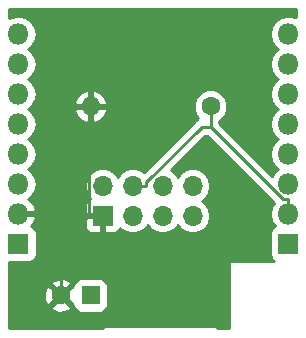
<source format=gtl>
G04 #@! TF.GenerationSoftware,KiCad,Pcbnew,5.0.2+dfsg1-1~bpo9+1*
G04 #@! TF.CreationDate,2020-08-18T09:09:54+01:00*
G04 #@! TF.ProjectId,d1-nrf24l01-shield,64312d6e-7266-4323-946c-30312d736869,rev?*
G04 #@! TF.SameCoordinates,Original*
G04 #@! TF.FileFunction,Copper,L1,Top*
G04 #@! TF.FilePolarity,Positive*
%FSLAX46Y46*%
G04 Gerber Fmt 4.6, Leading zero omitted, Abs format (unit mm)*
G04 Created by KiCad (PCBNEW 5.0.2+dfsg1-1~bpo9+1) date Tue 18 Aug 2020 09:09:54 IST*
%MOMM*%
%LPD*%
G01*
G04 APERTURE LIST*
G04 #@! TA.AperFunction,ComponentPad*
%ADD10R,1.600000X1.600000*%
G04 #@! TD*
G04 #@! TA.AperFunction,ComponentPad*
%ADD11C,1.600000*%
G04 #@! TD*
G04 #@! TA.AperFunction,ComponentPad*
%ADD12R,1.700000X1.700000*%
G04 #@! TD*
G04 #@! TA.AperFunction,ComponentPad*
%ADD13O,1.700000X1.700000*%
G04 #@! TD*
G04 #@! TA.AperFunction,ComponentPad*
%ADD14O,1.600000X1.600000*%
G04 #@! TD*
G04 #@! TA.AperFunction,ComponentPad*
%ADD15R,1.800000X1.800000*%
G04 #@! TD*
G04 #@! TA.AperFunction,ComponentPad*
%ADD16O,1.800000X1.800000*%
G04 #@! TD*
G04 #@! TA.AperFunction,Conductor*
%ADD17C,0.250000*%
G04 #@! TD*
G04 #@! TA.AperFunction,Conductor*
%ADD18C,0.254000*%
G04 #@! TD*
G04 APERTURE END LIST*
D10*
G04 #@! TO.P,C1,1*
G04 #@! TO.N,/+3V3*
X133604000Y-108331000D03*
D11*
G04 #@! TO.P,C1,2*
G04 #@! TO.N,GND*
X131104000Y-108331000D03*
G04 #@! TD*
D12*
G04 #@! TO.P,J1,1*
G04 #@! TO.N,GND*
X134620000Y-101600000D03*
D13*
G04 #@! TO.P,J1,2*
G04 #@! TO.N,/+3V3*
X134620000Y-99060000D03*
G04 #@! TO.P,J1,3*
G04 #@! TO.N,/D3*
X137160000Y-101600000D03*
G04 #@! TO.P,J1,4*
G04 #@! TO.N,/D8*
X137160000Y-99060000D03*
G04 #@! TO.P,J1,5*
G04 #@! TO.N,/D5*
X139700000Y-101600000D03*
G04 #@! TO.P,J1,6*
G04 #@! TO.N,/D7*
X139700000Y-99060000D03*
G04 #@! TO.P,J1,7*
G04 #@! TO.N,/D6*
X142240000Y-101600000D03*
G04 #@! TO.P,J1,8*
G04 #@! TO.N,/D2*
X142240000Y-99060000D03*
G04 #@! TD*
D11*
G04 #@! TO.P,R1,1*
G04 #@! TO.N,/D8*
X143764000Y-92329000D03*
D14*
G04 #@! TO.P,R1,2*
G04 #@! TO.N,GND*
X133604000Y-92329000D03*
G04 #@! TD*
D15*
G04 #@! TO.P,P1,1*
G04 #@! TO.N,/+5V*
X127490000Y-103950000D03*
D16*
G04 #@! TO.P,P1,2*
G04 #@! TO.N,GND*
X127490000Y-101410000D03*
G04 #@! TO.P,P1,3*
G04 #@! TO.N,/D4*
X127490000Y-98870000D03*
G04 #@! TO.P,P1,4*
G04 #@! TO.N,/D3*
X127490000Y-96330000D03*
G04 #@! TO.P,P1,5*
G04 #@! TO.N,/D2*
X127490000Y-93790000D03*
G04 #@! TO.P,P1,6*
G04 #@! TO.N,/D1*
X127490000Y-91250000D03*
G04 #@! TO.P,P1,7*
G04 #@! TO.N,/RX*
X127490000Y-88710000D03*
G04 #@! TO.P,P1,8*
G04 #@! TO.N,/TX*
X127490000Y-86170000D03*
G04 #@! TD*
D15*
G04 #@! TO.P,P2,1*
G04 #@! TO.N,/+3V3*
X150350000Y-103950000D03*
D16*
G04 #@! TO.P,P2,2*
G04 #@! TO.N,/D8*
X150350000Y-101410000D03*
G04 #@! TO.P,P2,3*
G04 #@! TO.N,/D7*
X150350000Y-98870000D03*
G04 #@! TO.P,P2,4*
G04 #@! TO.N,/D6*
X150350000Y-96330000D03*
G04 #@! TO.P,P2,5*
G04 #@! TO.N,/D5*
X150350000Y-93790000D03*
G04 #@! TO.P,P2,6*
G04 #@! TO.N,/D0*
X150350000Y-91250000D03*
G04 #@! TO.P,P2,7*
G04 #@! TO.N,/A0*
X150350000Y-88710000D03*
G04 #@! TO.P,P2,8*
G04 #@! TO.N,/RST*
X150350000Y-86170000D03*
G04 #@! TD*
D17*
G04 #@! TO.N,/D8*
X143764000Y-94058200D02*
X143764000Y-92329000D01*
X150350000Y-100184700D02*
X149890500Y-100184700D01*
X149890500Y-100184700D02*
X143764000Y-94058200D01*
X143764000Y-94058200D02*
X143016700Y-94058200D01*
X143016700Y-94058200D02*
X138335300Y-98739600D01*
X138335300Y-98739600D02*
X138335300Y-99060000D01*
X137160000Y-99060000D02*
X138335300Y-99060000D01*
X150350000Y-101410000D02*
X150350000Y-100184700D01*
G04 #@! TO.N,GND*
X133444700Y-101600000D02*
X133444700Y-93613600D01*
X133444700Y-93613600D02*
X133604000Y-93454300D01*
X133604000Y-92329000D02*
X133604000Y-93454300D01*
X131104000Y-101600000D02*
X133444700Y-101600000D01*
X131104000Y-101600000D02*
X131104000Y-108331000D01*
X127490000Y-101410000D02*
X130914000Y-101410000D01*
X130914000Y-101410000D02*
X131104000Y-101600000D01*
X134620000Y-101600000D02*
X133444700Y-101600000D01*
G04 #@! TD*
D18*
G04 #@! TO.N,GND*
G36*
X150998577Y-84757237D02*
X150948927Y-84724062D01*
X150501182Y-84635000D01*
X150198818Y-84635000D01*
X149751073Y-84724062D01*
X149243327Y-85063327D01*
X148904062Y-85571073D01*
X148784928Y-86170000D01*
X148904062Y-86768927D01*
X149243327Y-87276673D01*
X149487763Y-87440000D01*
X149243327Y-87603327D01*
X148904062Y-88111073D01*
X148784928Y-88710000D01*
X148904062Y-89308927D01*
X149243327Y-89816673D01*
X149487763Y-89980000D01*
X149243327Y-90143327D01*
X148904062Y-90651073D01*
X148784928Y-91250000D01*
X148904062Y-91848927D01*
X149243327Y-92356673D01*
X149487763Y-92520000D01*
X149243327Y-92683327D01*
X148904062Y-93191073D01*
X148784928Y-93790000D01*
X148904062Y-94388927D01*
X149243327Y-94896673D01*
X149487763Y-95060000D01*
X149243327Y-95223327D01*
X148904062Y-95731073D01*
X148784928Y-96330000D01*
X148904062Y-96928927D01*
X149243327Y-97436673D01*
X149487763Y-97600000D01*
X149243327Y-97763327D01*
X148963188Y-98182585D01*
X144524000Y-93743399D01*
X144524000Y-93567430D01*
X144576862Y-93545534D01*
X144980534Y-93141862D01*
X145199000Y-92614439D01*
X145199000Y-92043561D01*
X144980534Y-91516138D01*
X144576862Y-91112466D01*
X144049439Y-90894000D01*
X143478561Y-90894000D01*
X142951138Y-91112466D01*
X142547466Y-91516138D01*
X142329000Y-92043561D01*
X142329000Y-92614439D01*
X142547466Y-93141862D01*
X142743298Y-93337694D01*
X142720163Y-93342296D01*
X142720161Y-93342297D01*
X142720162Y-93342297D01*
X142532226Y-93467871D01*
X142532224Y-93467873D01*
X142468771Y-93510271D01*
X142426373Y-93573724D01*
X138098804Y-97901295D01*
X137739418Y-97661161D01*
X137306256Y-97575000D01*
X137013744Y-97575000D01*
X136580582Y-97661161D01*
X136089375Y-97989375D01*
X135890000Y-98287761D01*
X135690625Y-97989375D01*
X135199418Y-97661161D01*
X134766256Y-97575000D01*
X134473744Y-97575000D01*
X134040582Y-97661161D01*
X133549375Y-97989375D01*
X133221161Y-98480582D01*
X133105908Y-99060000D01*
X133221161Y-99639418D01*
X133549375Y-100130625D01*
X133571032Y-100145096D01*
X133410301Y-100211673D01*
X133231673Y-100390302D01*
X133135000Y-100623691D01*
X133135000Y-101314250D01*
X133293750Y-101473000D01*
X134493000Y-101473000D01*
X134493000Y-101453000D01*
X134747000Y-101453000D01*
X134747000Y-101473000D01*
X134767000Y-101473000D01*
X134767000Y-101727000D01*
X134747000Y-101727000D01*
X134747000Y-102926250D01*
X134905750Y-103085000D01*
X135596310Y-103085000D01*
X135829699Y-102988327D01*
X136008327Y-102809698D01*
X136074904Y-102648967D01*
X136089375Y-102670625D01*
X136580582Y-102998839D01*
X137013744Y-103085000D01*
X137306256Y-103085000D01*
X137739418Y-102998839D01*
X138230625Y-102670625D01*
X138430000Y-102372239D01*
X138629375Y-102670625D01*
X139120582Y-102998839D01*
X139553744Y-103085000D01*
X139846256Y-103085000D01*
X140279418Y-102998839D01*
X140770625Y-102670625D01*
X140970000Y-102372239D01*
X141169375Y-102670625D01*
X141660582Y-102998839D01*
X142093744Y-103085000D01*
X142386256Y-103085000D01*
X142819418Y-102998839D01*
X143310625Y-102670625D01*
X143638839Y-102179418D01*
X143754092Y-101600000D01*
X143638839Y-101020582D01*
X143310625Y-100529375D01*
X143012239Y-100330000D01*
X143310625Y-100130625D01*
X143638839Y-99639418D01*
X143754092Y-99060000D01*
X143638839Y-98480582D01*
X143310625Y-97989375D01*
X142819418Y-97661161D01*
X142386256Y-97575000D01*
X142093744Y-97575000D01*
X141660582Y-97661161D01*
X141169375Y-97989375D01*
X140970000Y-98287761D01*
X140770625Y-97989375D01*
X140404778Y-97744924D01*
X143331503Y-94818200D01*
X143449199Y-94818200D01*
X149119558Y-100488561D01*
X148904062Y-100811073D01*
X148784928Y-101410000D01*
X148904062Y-102008927D01*
X149200696Y-102452871D01*
X148992191Y-102592191D01*
X148851843Y-102802235D01*
X148802560Y-103050000D01*
X148802560Y-104850000D01*
X148851843Y-105097765D01*
X148992191Y-105307809D01*
X149145129Y-105410000D01*
X145415000Y-105410000D01*
X145366399Y-105419667D01*
X145325197Y-105447197D01*
X145297667Y-105488399D01*
X145288000Y-105537000D01*
X145288000Y-111125000D01*
X144428072Y-111125000D01*
X144407689Y-111093954D01*
X144405084Y-111092183D01*
X144403332Y-111089565D01*
X144292495Y-111015628D01*
X144182338Y-110940726D01*
X144179254Y-110940087D01*
X144176633Y-110938338D01*
X144045981Y-110912453D01*
X143915504Y-110885399D01*
X143844925Y-110898845D01*
X135145267Y-110905433D01*
X135077480Y-110892065D01*
X134944013Y-110918842D01*
X134810866Y-110945431D01*
X134810603Y-110945607D01*
X134810294Y-110945669D01*
X134697139Y-111021546D01*
X134584397Y-111097001D01*
X134584223Y-111097262D01*
X134583959Y-111097439D01*
X134565609Y-111125000D01*
X126685544Y-111125000D01*
X126686345Y-109338745D01*
X130275861Y-109338745D01*
X130349995Y-109584864D01*
X130887223Y-109777965D01*
X131457454Y-109750778D01*
X131858005Y-109584864D01*
X131932139Y-109338745D01*
X131104000Y-108510605D01*
X130275861Y-109338745D01*
X126686345Y-109338745D01*
X126686895Y-108114223D01*
X129657035Y-108114223D01*
X129684222Y-108684454D01*
X129850136Y-109085005D01*
X130096255Y-109159139D01*
X130924395Y-108331000D01*
X131283605Y-108331000D01*
X132111745Y-109159139D01*
X132159307Y-109144813D01*
X132205843Y-109378765D01*
X132346191Y-109588809D01*
X132556235Y-109729157D01*
X132804000Y-109778440D01*
X134404000Y-109778440D01*
X134651765Y-109729157D01*
X134861809Y-109588809D01*
X135002157Y-109378765D01*
X135051440Y-109131000D01*
X135051440Y-107531000D01*
X135002157Y-107283235D01*
X134861809Y-107073191D01*
X134651765Y-106932843D01*
X134404000Y-106883560D01*
X132804000Y-106883560D01*
X132556235Y-106932843D01*
X132346191Y-107073191D01*
X132205843Y-107283235D01*
X132159307Y-107517187D01*
X132111745Y-107502861D01*
X131283605Y-108331000D01*
X130924395Y-108331000D01*
X130096255Y-107502861D01*
X129850136Y-107576995D01*
X129657035Y-108114223D01*
X126686895Y-108114223D01*
X126687250Y-107323255D01*
X130275861Y-107323255D01*
X131104000Y-108151395D01*
X131932139Y-107323255D01*
X131858005Y-107077136D01*
X131320777Y-106884035D01*
X130750546Y-106911222D01*
X130349995Y-107077136D01*
X130275861Y-107323255D01*
X126687250Y-107323255D01*
X126688071Y-105497440D01*
X128390000Y-105497440D01*
X128637765Y-105448157D01*
X128847809Y-105307809D01*
X128988157Y-105097765D01*
X129037440Y-104850000D01*
X129037440Y-103050000D01*
X128988157Y-102802235D01*
X128847809Y-102592191D01*
X128637765Y-102451843D01*
X128586636Y-102441673D01*
X128802240Y-102206417D01*
X128935056Y-101885750D01*
X133135000Y-101885750D01*
X133135000Y-102576309D01*
X133231673Y-102809698D01*
X133410301Y-102988327D01*
X133643690Y-103085000D01*
X134334250Y-103085000D01*
X134493000Y-102926250D01*
X134493000Y-101727000D01*
X133293750Y-101727000D01*
X133135000Y-101885750D01*
X128935056Y-101885750D01*
X128981036Y-101774740D01*
X128860378Y-101537000D01*
X127617000Y-101537000D01*
X127617000Y-101557000D01*
X127363000Y-101557000D01*
X127363000Y-101537000D01*
X127343000Y-101537000D01*
X127343000Y-101283000D01*
X127363000Y-101283000D01*
X127363000Y-101263000D01*
X127617000Y-101263000D01*
X127617000Y-101283000D01*
X128860378Y-101283000D01*
X128981036Y-101045260D01*
X128802240Y-100613583D01*
X128397576Y-100172034D01*
X128342632Y-100146418D01*
X128596673Y-99976673D01*
X128935938Y-99468927D01*
X129055072Y-98870000D01*
X128935938Y-98271073D01*
X128596673Y-97763327D01*
X128352237Y-97600000D01*
X128596673Y-97436673D01*
X128935938Y-96928927D01*
X129055072Y-96330000D01*
X128935938Y-95731073D01*
X128596673Y-95223327D01*
X128352237Y-95060000D01*
X128596673Y-94896673D01*
X128935938Y-94388927D01*
X129055072Y-93790000D01*
X128935938Y-93191073D01*
X128596673Y-92683327D01*
X128588759Y-92678039D01*
X132212096Y-92678039D01*
X132372959Y-93066423D01*
X132748866Y-93481389D01*
X133254959Y-93720914D01*
X133477000Y-93599629D01*
X133477000Y-92456000D01*
X133731000Y-92456000D01*
X133731000Y-93599629D01*
X133953041Y-93720914D01*
X134459134Y-93481389D01*
X134835041Y-93066423D01*
X134995904Y-92678039D01*
X134873915Y-92456000D01*
X133731000Y-92456000D01*
X133477000Y-92456000D01*
X132334085Y-92456000D01*
X132212096Y-92678039D01*
X128588759Y-92678039D01*
X128352237Y-92520000D01*
X128596673Y-92356673D01*
X128848383Y-91979961D01*
X132212096Y-91979961D01*
X132334085Y-92202000D01*
X133477000Y-92202000D01*
X133477000Y-91058371D01*
X133731000Y-91058371D01*
X133731000Y-92202000D01*
X134873915Y-92202000D01*
X134995904Y-91979961D01*
X134835041Y-91591577D01*
X134459134Y-91176611D01*
X133953041Y-90937086D01*
X133731000Y-91058371D01*
X133477000Y-91058371D01*
X133254959Y-90937086D01*
X132748866Y-91176611D01*
X132372959Y-91591577D01*
X132212096Y-91979961D01*
X128848383Y-91979961D01*
X128935938Y-91848927D01*
X129055072Y-91250000D01*
X128935938Y-90651073D01*
X128596673Y-90143327D01*
X128352237Y-89980000D01*
X128596673Y-89816673D01*
X128935938Y-89308927D01*
X129055072Y-88710000D01*
X128935938Y-88111073D01*
X128596673Y-87603327D01*
X128352237Y-87440000D01*
X128596673Y-87276673D01*
X128935938Y-86768927D01*
X129055072Y-86170000D01*
X128935938Y-85571073D01*
X128596673Y-85063327D01*
X128088927Y-84724062D01*
X127641182Y-84635000D01*
X127338818Y-84635000D01*
X126891073Y-84724062D01*
X126697342Y-84853509D01*
X126697692Y-84074000D01*
X150997821Y-84074000D01*
X150998577Y-84757237D01*
X150998577Y-84757237D01*
G37*
X150998577Y-84757237D02*
X150948927Y-84724062D01*
X150501182Y-84635000D01*
X150198818Y-84635000D01*
X149751073Y-84724062D01*
X149243327Y-85063327D01*
X148904062Y-85571073D01*
X148784928Y-86170000D01*
X148904062Y-86768927D01*
X149243327Y-87276673D01*
X149487763Y-87440000D01*
X149243327Y-87603327D01*
X148904062Y-88111073D01*
X148784928Y-88710000D01*
X148904062Y-89308927D01*
X149243327Y-89816673D01*
X149487763Y-89980000D01*
X149243327Y-90143327D01*
X148904062Y-90651073D01*
X148784928Y-91250000D01*
X148904062Y-91848927D01*
X149243327Y-92356673D01*
X149487763Y-92520000D01*
X149243327Y-92683327D01*
X148904062Y-93191073D01*
X148784928Y-93790000D01*
X148904062Y-94388927D01*
X149243327Y-94896673D01*
X149487763Y-95060000D01*
X149243327Y-95223327D01*
X148904062Y-95731073D01*
X148784928Y-96330000D01*
X148904062Y-96928927D01*
X149243327Y-97436673D01*
X149487763Y-97600000D01*
X149243327Y-97763327D01*
X148963188Y-98182585D01*
X144524000Y-93743399D01*
X144524000Y-93567430D01*
X144576862Y-93545534D01*
X144980534Y-93141862D01*
X145199000Y-92614439D01*
X145199000Y-92043561D01*
X144980534Y-91516138D01*
X144576862Y-91112466D01*
X144049439Y-90894000D01*
X143478561Y-90894000D01*
X142951138Y-91112466D01*
X142547466Y-91516138D01*
X142329000Y-92043561D01*
X142329000Y-92614439D01*
X142547466Y-93141862D01*
X142743298Y-93337694D01*
X142720163Y-93342296D01*
X142720161Y-93342297D01*
X142720162Y-93342297D01*
X142532226Y-93467871D01*
X142532224Y-93467873D01*
X142468771Y-93510271D01*
X142426373Y-93573724D01*
X138098804Y-97901295D01*
X137739418Y-97661161D01*
X137306256Y-97575000D01*
X137013744Y-97575000D01*
X136580582Y-97661161D01*
X136089375Y-97989375D01*
X135890000Y-98287761D01*
X135690625Y-97989375D01*
X135199418Y-97661161D01*
X134766256Y-97575000D01*
X134473744Y-97575000D01*
X134040582Y-97661161D01*
X133549375Y-97989375D01*
X133221161Y-98480582D01*
X133105908Y-99060000D01*
X133221161Y-99639418D01*
X133549375Y-100130625D01*
X133571032Y-100145096D01*
X133410301Y-100211673D01*
X133231673Y-100390302D01*
X133135000Y-100623691D01*
X133135000Y-101314250D01*
X133293750Y-101473000D01*
X134493000Y-101473000D01*
X134493000Y-101453000D01*
X134747000Y-101453000D01*
X134747000Y-101473000D01*
X134767000Y-101473000D01*
X134767000Y-101727000D01*
X134747000Y-101727000D01*
X134747000Y-102926250D01*
X134905750Y-103085000D01*
X135596310Y-103085000D01*
X135829699Y-102988327D01*
X136008327Y-102809698D01*
X136074904Y-102648967D01*
X136089375Y-102670625D01*
X136580582Y-102998839D01*
X137013744Y-103085000D01*
X137306256Y-103085000D01*
X137739418Y-102998839D01*
X138230625Y-102670625D01*
X138430000Y-102372239D01*
X138629375Y-102670625D01*
X139120582Y-102998839D01*
X139553744Y-103085000D01*
X139846256Y-103085000D01*
X140279418Y-102998839D01*
X140770625Y-102670625D01*
X140970000Y-102372239D01*
X141169375Y-102670625D01*
X141660582Y-102998839D01*
X142093744Y-103085000D01*
X142386256Y-103085000D01*
X142819418Y-102998839D01*
X143310625Y-102670625D01*
X143638839Y-102179418D01*
X143754092Y-101600000D01*
X143638839Y-101020582D01*
X143310625Y-100529375D01*
X143012239Y-100330000D01*
X143310625Y-100130625D01*
X143638839Y-99639418D01*
X143754092Y-99060000D01*
X143638839Y-98480582D01*
X143310625Y-97989375D01*
X142819418Y-97661161D01*
X142386256Y-97575000D01*
X142093744Y-97575000D01*
X141660582Y-97661161D01*
X141169375Y-97989375D01*
X140970000Y-98287761D01*
X140770625Y-97989375D01*
X140404778Y-97744924D01*
X143331503Y-94818200D01*
X143449199Y-94818200D01*
X149119558Y-100488561D01*
X148904062Y-100811073D01*
X148784928Y-101410000D01*
X148904062Y-102008927D01*
X149200696Y-102452871D01*
X148992191Y-102592191D01*
X148851843Y-102802235D01*
X148802560Y-103050000D01*
X148802560Y-104850000D01*
X148851843Y-105097765D01*
X148992191Y-105307809D01*
X149145129Y-105410000D01*
X145415000Y-105410000D01*
X145366399Y-105419667D01*
X145325197Y-105447197D01*
X145297667Y-105488399D01*
X145288000Y-105537000D01*
X145288000Y-111125000D01*
X144428072Y-111125000D01*
X144407689Y-111093954D01*
X144405084Y-111092183D01*
X144403332Y-111089565D01*
X144292495Y-111015628D01*
X144182338Y-110940726D01*
X144179254Y-110940087D01*
X144176633Y-110938338D01*
X144045981Y-110912453D01*
X143915504Y-110885399D01*
X143844925Y-110898845D01*
X135145267Y-110905433D01*
X135077480Y-110892065D01*
X134944013Y-110918842D01*
X134810866Y-110945431D01*
X134810603Y-110945607D01*
X134810294Y-110945669D01*
X134697139Y-111021546D01*
X134584397Y-111097001D01*
X134584223Y-111097262D01*
X134583959Y-111097439D01*
X134565609Y-111125000D01*
X126685544Y-111125000D01*
X126686345Y-109338745D01*
X130275861Y-109338745D01*
X130349995Y-109584864D01*
X130887223Y-109777965D01*
X131457454Y-109750778D01*
X131858005Y-109584864D01*
X131932139Y-109338745D01*
X131104000Y-108510605D01*
X130275861Y-109338745D01*
X126686345Y-109338745D01*
X126686895Y-108114223D01*
X129657035Y-108114223D01*
X129684222Y-108684454D01*
X129850136Y-109085005D01*
X130096255Y-109159139D01*
X130924395Y-108331000D01*
X131283605Y-108331000D01*
X132111745Y-109159139D01*
X132159307Y-109144813D01*
X132205843Y-109378765D01*
X132346191Y-109588809D01*
X132556235Y-109729157D01*
X132804000Y-109778440D01*
X134404000Y-109778440D01*
X134651765Y-109729157D01*
X134861809Y-109588809D01*
X135002157Y-109378765D01*
X135051440Y-109131000D01*
X135051440Y-107531000D01*
X135002157Y-107283235D01*
X134861809Y-107073191D01*
X134651765Y-106932843D01*
X134404000Y-106883560D01*
X132804000Y-106883560D01*
X132556235Y-106932843D01*
X132346191Y-107073191D01*
X132205843Y-107283235D01*
X132159307Y-107517187D01*
X132111745Y-107502861D01*
X131283605Y-108331000D01*
X130924395Y-108331000D01*
X130096255Y-107502861D01*
X129850136Y-107576995D01*
X129657035Y-108114223D01*
X126686895Y-108114223D01*
X126687250Y-107323255D01*
X130275861Y-107323255D01*
X131104000Y-108151395D01*
X131932139Y-107323255D01*
X131858005Y-107077136D01*
X131320777Y-106884035D01*
X130750546Y-106911222D01*
X130349995Y-107077136D01*
X130275861Y-107323255D01*
X126687250Y-107323255D01*
X126688071Y-105497440D01*
X128390000Y-105497440D01*
X128637765Y-105448157D01*
X128847809Y-105307809D01*
X128988157Y-105097765D01*
X129037440Y-104850000D01*
X129037440Y-103050000D01*
X128988157Y-102802235D01*
X128847809Y-102592191D01*
X128637765Y-102451843D01*
X128586636Y-102441673D01*
X128802240Y-102206417D01*
X128935056Y-101885750D01*
X133135000Y-101885750D01*
X133135000Y-102576309D01*
X133231673Y-102809698D01*
X133410301Y-102988327D01*
X133643690Y-103085000D01*
X134334250Y-103085000D01*
X134493000Y-102926250D01*
X134493000Y-101727000D01*
X133293750Y-101727000D01*
X133135000Y-101885750D01*
X128935056Y-101885750D01*
X128981036Y-101774740D01*
X128860378Y-101537000D01*
X127617000Y-101537000D01*
X127617000Y-101557000D01*
X127363000Y-101557000D01*
X127363000Y-101537000D01*
X127343000Y-101537000D01*
X127343000Y-101283000D01*
X127363000Y-101283000D01*
X127363000Y-101263000D01*
X127617000Y-101263000D01*
X127617000Y-101283000D01*
X128860378Y-101283000D01*
X128981036Y-101045260D01*
X128802240Y-100613583D01*
X128397576Y-100172034D01*
X128342632Y-100146418D01*
X128596673Y-99976673D01*
X128935938Y-99468927D01*
X129055072Y-98870000D01*
X128935938Y-98271073D01*
X128596673Y-97763327D01*
X128352237Y-97600000D01*
X128596673Y-97436673D01*
X128935938Y-96928927D01*
X129055072Y-96330000D01*
X128935938Y-95731073D01*
X128596673Y-95223327D01*
X128352237Y-95060000D01*
X128596673Y-94896673D01*
X128935938Y-94388927D01*
X129055072Y-93790000D01*
X128935938Y-93191073D01*
X128596673Y-92683327D01*
X128588759Y-92678039D01*
X132212096Y-92678039D01*
X132372959Y-93066423D01*
X132748866Y-93481389D01*
X133254959Y-93720914D01*
X133477000Y-93599629D01*
X133477000Y-92456000D01*
X133731000Y-92456000D01*
X133731000Y-93599629D01*
X133953041Y-93720914D01*
X134459134Y-93481389D01*
X134835041Y-93066423D01*
X134995904Y-92678039D01*
X134873915Y-92456000D01*
X133731000Y-92456000D01*
X133477000Y-92456000D01*
X132334085Y-92456000D01*
X132212096Y-92678039D01*
X128588759Y-92678039D01*
X128352237Y-92520000D01*
X128596673Y-92356673D01*
X128848383Y-91979961D01*
X132212096Y-91979961D01*
X132334085Y-92202000D01*
X133477000Y-92202000D01*
X133477000Y-91058371D01*
X133731000Y-91058371D01*
X133731000Y-92202000D01*
X134873915Y-92202000D01*
X134995904Y-91979961D01*
X134835041Y-91591577D01*
X134459134Y-91176611D01*
X133953041Y-90937086D01*
X133731000Y-91058371D01*
X133477000Y-91058371D01*
X133254959Y-90937086D01*
X132748866Y-91176611D01*
X132372959Y-91591577D01*
X132212096Y-91979961D01*
X128848383Y-91979961D01*
X128935938Y-91848927D01*
X129055072Y-91250000D01*
X128935938Y-90651073D01*
X128596673Y-90143327D01*
X128352237Y-89980000D01*
X128596673Y-89816673D01*
X128935938Y-89308927D01*
X129055072Y-88710000D01*
X128935938Y-88111073D01*
X128596673Y-87603327D01*
X128352237Y-87440000D01*
X128596673Y-87276673D01*
X128935938Y-86768927D01*
X129055072Y-86170000D01*
X128935938Y-85571073D01*
X128596673Y-85063327D01*
X128088927Y-84724062D01*
X127641182Y-84635000D01*
X127338818Y-84635000D01*
X126891073Y-84724062D01*
X126697342Y-84853509D01*
X126697692Y-84074000D01*
X150997821Y-84074000D01*
X150998577Y-84757237D01*
G04 #@! TD*
M02*

</source>
